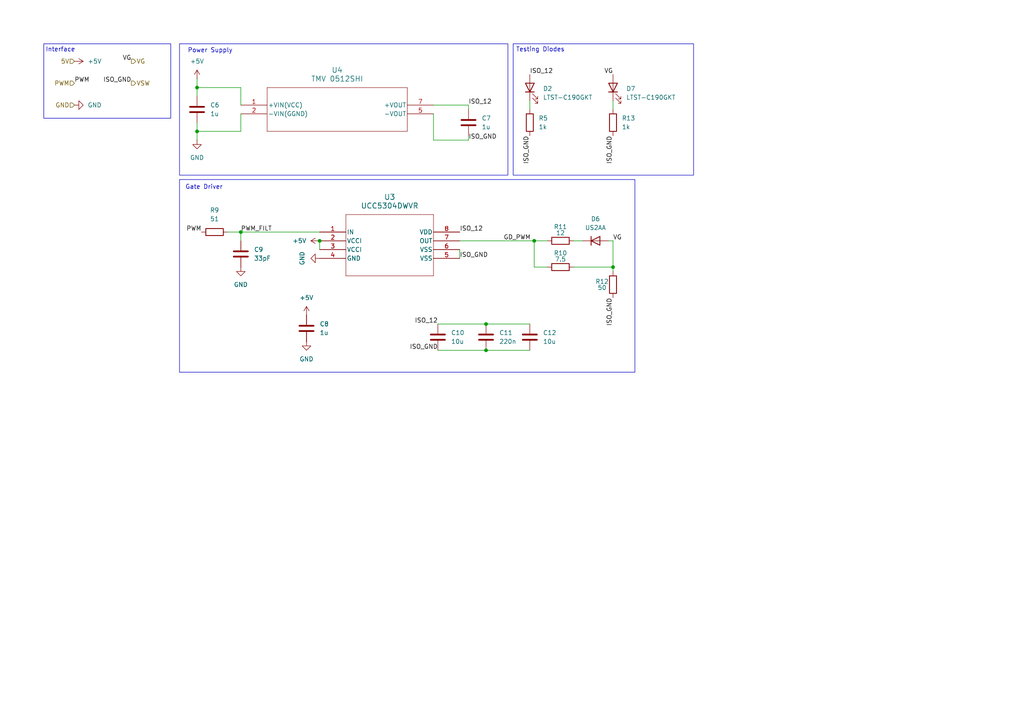
<source format=kicad_sch>
(kicad_sch (version 20231120) (generator "eeschema") (generator_version "8.0")
  (paper "A4")
  (title_block (title "Buck Converter") (date "2025-01-11") (rev "V0") (company "Adam DePinto & Adam Giannetti"))
  (lib_symbols
    (symbol "Device:C" (pin_numbers hide) (pin_names (offset 0.254))
      (property "Reference" "C" (at 0.635 2.54 0))
      (property "Value" "C" (at 0.635 -2.54 0))
      (symbol "C_0_1"
        (polyline (pts (xy -2.032 -0.762) (xy 2.032 -0.762)) (stroke (width 0.508)))
        (polyline (pts (xy -2.032 0.762) (xy 2.032 0.762)) (stroke (width 0.508)))
      )
      (symbol "C_1_1"
        (pin passive line (at 0 3.81 270) (length 2.794) (name "~") (number "1"))
        (pin passive line (at 0 -3.81 90) (length 2.794) (name "~") (number "2"))
      )
    )
    (symbol "Device:R" (pin_numbers hide) (pin_names (offset 0))
      (property "Reference" "R" (at 2.032 0 90))
      (property "Value" "R" (at 0 0 90))
      (symbol "R_0_1"
        (rectangle (start -1.016 -2.54) (end 1.016 2.54) (stroke (width 0.254)))
      )
      (symbol "R_1_1"
        (pin passive line (at 0 3.81 270) (length 1.27) (name "~") (number "1"))
        (pin passive line (at 0 -3.81 90) (length 1.27) (name "~") (number "2"))
      )
    )
    (symbol "Diode:US2AA" (pin_numbers hide) (pin_names hide)
      (property "Reference" "D" (at 0 2.54 0))
      (property "Value" "US2AA" (at 0 -2.54 0))
      (symbol "US2AA_0_1"
        (polyline (pts (xy -1.27 1.27) (xy -1.27 -1.27)) (stroke (width 0.254)))
        (polyline (pts (xy 1.27 0) (xy -1.27 0)))
        (polyline (pts (xy 1.27 1.27) (xy 1.27 -1.27) (xy -1.27 0) (xy 1.27 1.27)) (stroke (width 0.254)))
      )
      (symbol "US2AA_1_1"
        (pin passive line (at -3.81 0 0) (length 2.54) (name "K") (number "1"))
        (pin passive line (at 3.81 0 180) (length 2.54) (name "A") (number "2"))
      )
    )
    (symbol "LED:IR26-21C_L110_TR8" (pin_numbers hide) (pin_names (offset 1.016) hide)
      (property "Reference" "D" (at 0 2.54 0))
      (property "Value" "IR26-21C_L110_TR8" (at 0 -3.81 0))
      (symbol "IR26-21C_L110_TR8_0_1"
        (polyline (pts (xy -1.27 -1.27) (xy -1.27 1.27)) (stroke (width 0.254)))
        (polyline (pts (xy -1.27 0) (xy 1.27 0)))
        (polyline (pts (xy 1.27 -1.27) (xy 1.27 1.27) (xy -1.27 0) (xy 1.27 -1.27)) (stroke (width 0.254)))
        (polyline (pts (xy -3.048 -0.762) (xy -4.572 -2.286) (xy -3.81 -2.286) (xy -4.572 -2.286) (xy -4.572 -1.524)))
        (polyline (pts (xy -1.778 -0.762) (xy -3.302 -2.286) (xy -2.54 -2.286) (xy -3.302 -2.286) (xy -3.302 -1.524)))
      )
      (symbol "IR26-21C_L110_TR8_1_1"
        (pin passive line (at -3.81 0 0) (length 2.54) (name "K") (number "1"))
        (pin passive line (at 3.81 0 180) (length 2.54) (name "A") (number "2"))
      )
    )
    (symbol "TMV_0512SHI:TMV_0512SHI" (pin_names (offset 0.254))
      (property "Reference" "U" (at 27.94 10.16 0))
      (property "Value" "TMV 0512SHI" (at 27.94 7.62 0))
      (symbol "TMV_0512SHI_0_1"
        (polyline (pts (xy 7.62 -7.62) (xy 48.26 -7.62)) (stroke (width 0.127)))
        (polyline (pts (xy 7.62 5.08) (xy 7.62 -7.62)) (stroke (width 0.127)))
        (polyline (pts (xy 48.26 -7.62) (xy 48.26 5.08)) (stroke (width 0.127)))
        (polyline (pts (xy 48.26 5.08) (xy 7.62 5.08)) (stroke (width 0.127)))
        (pin power_in line (at 0 0 0) (length 7.62) (name "+VIN(VCC)") (number "1"))
        (pin power_in line (at 0 -2.54 0) (length 7.62) (name "-VIN(GGND)") (number "2"))
        (pin output line (at 55.88 -2.54 180) (length 7.62) (name "-VOUT") (number "5"))
        (pin output line (at 55.88 0 180) (length 7.62) (name "+VOUT") (number "7"))
      )
    )
    (symbol "UCC5304DWVR:UCC5304DWVR" (pin_names (offset 0.254))
      (property "Reference" "U" (at 20.32 10.16 0))
      (property "Value" "UCC5304DWVR" (at 20.32 7.62 0))
      (symbol "UCC5304DWVR_0_1"
        (polyline (pts (xy 7.62 -12.7) (xy 33.02 -12.7)) (stroke (width 0.127)))
        (polyline (pts (xy 7.62 5.08) (xy 7.62 -12.7)) (stroke (width 0.127)))
        (polyline (pts (xy 33.02 -12.7) (xy 33.02 5.08)) (stroke (width 0.127)))
        (polyline (pts (xy 33.02 5.08) (xy 7.62 5.08)) (stroke (width 0.127)))
        (pin input line (at 0 0 0) (length 7.62) (name "IN") (number "1"))
        (pin power_in line (at 0 -2.54 0) (length 7.62) (name "VCCI") (number "2"))
        (pin power_in line (at 0 -5.08 0) (length 7.62) (name "VCCI") (number "3"))
        (pin power_out line (at 0 -7.62 0) (length 7.62) (name "GND") (number "4"))
        (pin power_out line (at 40.64 -7.62 180) (length 7.62) (name "VSS") (number "5"))
        (pin power_out line (at 40.64 -5.08 180) (length 7.62) (name "VSS") (number "6"))
        (pin output line (at 40.64 -2.54 180) (length 7.62) (name "OUT") (number "7"))
        (pin power_in line (at 40.64 0 180) (length 7.62) (name "VDD") (number "8"))
      )
    )
    (symbol "power:+5V" (power) (pin_numbers hide) (pin_names (offset 0) hide)
      (property "Value" "+5V" (at 0 3.556 0))
      (symbol "+5V_0_1"
        (polyline (pts (xy -0.762 1.27) (xy 0 2.54)))
        (polyline (pts (xy 0 0) (xy 0 2.54)))
        (polyline (pts (xy 0 2.54) (xy 0.762 1.27)))
      )
      (symbol "+5V_1_1"
        (pin power_in line (at 0 0 90) (length 0) (name "~") (number "1"))
      )
    )
    (symbol "power:GND" (power) (pin_numbers hide) (pin_names (offset 0) hide)
      (property "Value" "GND" (at 0 -3.81 0))
      (symbol "GND_0_1"
        (polyline (pts (xy 0 0) (xy 0 -1.27) (xy 1.27 -1.27) (xy 0 -2.54) (xy -1.27 -1.27) (xy 0 -1.27)))
      )
      (symbol "GND_1_1"
        (pin power_in line (at 0 0 270) (length 0) (name "~") (number "1"))
      )
    )
  )
  (junction (at 177.8 77.47))
  (junction (at 154.94 69.85))
  (junction (at 57.15 38.1))
  (junction (at 140.97 93.98))
  (junction (at 92.71 69.85))
  (junction (at 140.97 101.6))
  (junction (at 57.15 25.4))
  (junction (at 69.85 67.31))
  (wire (pts (xy 140.97 101.6) (xy 153.67 101.6)))
  (wire (pts (xy 166.37 69.85) (xy 168.91 69.85)))
  (wire (pts (xy 154.94 69.85) (xy 158.75 69.85)))
  (wire (pts (xy 177.8 69.85) (xy 176.53 69.85)))
  (wire (pts (xy 158.75 77.47) (xy 154.94 77.47)))
  (wire (pts (xy 69.85 38.1) (xy 57.15 38.1)))
  (wire (pts (xy 177.8 29.21) (xy 177.8 31.75)))
  (wire (pts (xy 69.85 67.31) (xy 69.85 69.85)))
  (wire (pts (xy 69.85 33.02) (xy 69.85 38.1)))
  (wire (pts (xy 57.15 25.4) (xy 57.15 27.94)))
  (wire (pts (xy 133.35 69.85) (xy 154.94 69.85)))
  (wire (pts (xy 92.71 69.85) (xy 92.71 72.39)))
  (wire (pts (xy 69.85 67.31) (xy 92.71 67.31)))
  (wire (pts (xy 154.94 77.47) (xy 154.94 69.85)))
  (wire (pts (xy 166.37 77.47) (xy 177.8 77.47)))
  (wire (pts (xy 135.89 40.64) (xy 135.89 39.37)))
  (wire (pts (xy 125.73 40.64) (xy 135.89 40.64)))
  (wire (pts (xy 125.73 30.48) (xy 135.89 30.48)))
  (wire (pts (xy 66.04 67.31) (xy 69.85 67.31)))
  (wire (pts (xy 127 93.98) (xy 140.97 93.98)))
  (wire (pts (xy 153.67 29.21) (xy 153.67 31.75)))
  (wire (pts (xy 57.15 38.1) (xy 57.15 35.56)))
  (wire (pts (xy 177.8 77.47) (xy 177.8 78.74)))
  (wire (pts (xy 69.85 30.48) (xy 69.85 25.4)))
  (wire (pts (xy 69.85 25.4) (xy 57.15 25.4)))
  (wire (pts (xy 135.89 30.48) (xy 135.89 31.75)))
  (wire (pts (xy 133.35 72.39) (xy 133.35 74.93)))
  (wire (pts (xy 125.73 33.02) (xy 125.73 40.64)))
  (wire (pts (xy 57.15 40.64) (xy 57.15 38.1)))
  (wire (pts (xy 127 101.6) (xy 140.97 101.6)))
  (wire (pts (xy 177.8 69.85) (xy 177.8 77.47)))
  (wire (pts (xy 140.97 93.98) (xy 153.67 93.98)))
  (wire (pts (xy 57.15 22.86) (xy 57.15 25.4)))
  (rectangle (start 12.7 12.7) (end 49.53 34.29))
  (rectangle (start 52.07 12.7) (end 147.32 50.8))
  (rectangle (start 148.844 12.7) (end 201.168 50.8))
  (rectangle (start 52.07 52.07) (end 184.15 107.95))
  (text "Testing Diodes" (at 156.718 14.478 0) (effects (font (size 1.27 1.27))))
  (text "Power Supply\n" (at 60.96 14.732 0) (effects (font (size 1.27 1.27))))
  (text "Gate Driver" (at 59.182 54.356 0) (effects (font (size 1.27 1.27))))
  (text "Interface" (at 17.526 14.478 0) (effects (font (size 1.27 1.27))))
  (label "ISO_GND" (at 38.1 24.13 180))
  (label "ISO_GND" (at 153.67 39.37 270))
  (label "PWM" (at 58.42 67.31 180))
  (label "ISO_12" (at 127 93.98 180))
  (label "PWM_FILT" (at 69.85 67.31 0))
  (label "ISO_GND" (at 177.8 86.36 270))
  (label "ISO_GND" (at 135.89 40.64 0))
  (label "ISO_GND" (at 133.35 74.93 0))
  (label "VG" (at 177.8 21.59 180))
  (label "VG" (at 177.8 69.85 0))
  (label "VG" (at 38.1 17.78 180))
  (label "ISO_GND" (at 177.8 39.37 270))
  (label "GD_PWM" (at 146.05 69.85 0))
  (label "ISO_12" (at 133.35 67.31 0))
  (label "ISO_12" (at 153.67 21.59 0))
  (label "ISO_12" (at 135.89 30.48 0))
  (label "ISO_GND" (at 127 101.6 180))
  (label "PWM" (at 21.59 24.13 0))
  (hierarchical_label "VG" (shape output) (at 38.1 17.78 0))
  (hierarchical_label "VSW" (shape output) (at 38.1 24.13 0))
  (hierarchical_label "GND" (shape input) (at 21.59 30.48 180))
  (hierarchical_label "PWM" (shape input) (at 21.59 24.13 180))
  (hierarchical_label "5V" (shape input) (at 21.59 17.78 180))
  (symbol (lib_id "Device:C") (at 88.9 95.25 0) (unit 1)
    (property "Reference" "C8" (at 92.71 93.9799 0) (effects (justify left)))
    (property "Value" "1u" (at 92.71 96.5199 0) (effects (justify left)))
    (property "Footprint" "Capacitor_SMD:C_0805_2012Metric_Pad1.18x1.45mm_HandSolder" (effects (hide yes)))
    (property "Datasheet" "https://www.digikey.ca/en/products/detail/kyocera-avx/TAJR105K025RNJ/1470310" (effects (hide yes)))
    (property "Description" "Tantalum Decoupling (Bypass) Capacitor" (effects (hide yes)))
    (property "Part Number" "TAJR105K025RNJ" (effects (hide yes)))
  )
  (symbol (lib_id "Device:R") (at 153.67 35.56 0) (unit 1)
    (property "Reference" "R5" (at 156.21 34.2899 0) (effects (justify left)))
    (property "Value" "1k" (at 156.21 36.8299 0) (effects (justify left)))
    (property "Footprint" "Resistor_SMD:R_0805_2012Metric_Pad1.20x1.40mm_HandSolder" (effects (hide yes)))
    (property "Datasheet" "https://www.digikey.ca/en/products/detail/stackpole-electronics-inc/RNCP0805FTD1K00/2240229" (effects (hide yes)))
    (property "Description" "Resistor" (effects (hide yes)))
    (property "Part Number" "RNCP0805FTD1K00" (effects (hide yes)))
  )
  (symbol (lib_id "Diode:US2AA") (at 172.72 69.85 0) (unit 1)
    (property "Reference" "D6" (at 172.72 63.5 0))
    (property "Value" "US2AA" (at 172.72 66.04 0))
    (property "Footprint" "Diode_SMD:D_SMA" (effects (hide yes)))
    (property "Datasheet" "https://www.onsemi.com/pub/Collateral/US2AA-D.PDF" (effects (hide yes)))
    (property "Description" "50V, 1.5A, General Purpose Rectifier Diode, SMA(DO-214AC)" (effects (hide yes)))
    (property "Sim.Device" "D" (effects (hide yes)))
    (property "Sim.Pins" "1=K 2=A" (effects (hide yes)))
    (property "Part Number" "US2AA" (effects (hide yes)))
  )
  (symbol (lib_id "power:+5V") (at 57.15 22.86 0) (unit 1)
    (property "Reference" "#PWR044" (effects (hide yes)))
    (property "Value" "+5V" (at 57.15 17.78 0))
    (property "Description" "Power symbol creates a global label with name \"+5V\"" (effects (hide yes)))
  )
  (symbol (lib_id "power:+5V") (at 21.59 17.78 270) (unit 1)
    (property "Reference" "#PWR041" (effects (hide yes)))
    (property "Value" "+5V" (at 25.4 17.7799 90) (effects (justify left)))
    (property "Description" "Power symbol creates a global label with name \"+5V\"" (effects (hide yes)))
  )
  (symbol (lib_id "Device:R") (at 62.23 67.31 90) (unit 1)
    (property "Reference" "R9" (at 62.23 60.96 90))
    (property "Value" "51" (at 62.23 63.5 90))
    (property "Footprint" "Resistor_SMD:R_1206_3216Metric_Pad1.30x1.75mm_HandSolder" (effects (hide yes)))
    (property "Datasheet" "https://www.digikey.ca/en/products/detail/yageo/RC1206FR-0751RL/728973" (effects (hide yes)))
    (property "Description" "Resistor" (effects (hide yes)))
    (property "Part Number" "RC1206FR-0751RL" (effects (hide yes)))
  )
  (symbol (lib_id "Device:R") (at 177.8 82.55 180) (unit 1)
    (property "Reference" "R12" (at 174.625 81.661 0))
    (property "Value" "50" (at 174.625 83.439 0))
    (property "Footprint" "Resistor_SMD:R_1206_3216Metric_Pad1.30x1.75mm_HandSolder" (effects (hide yes)))
    (property "Datasheet" "https://www.digikey.ca/en/products/detail/vishay-dale/RCP1206W50R0JTP/5325802?s=N4IgTCBcDaIEoGEAKBGMAGAbAdQKzrnQCkAVJEAXQF8g" (effects (hide yes)))
    (property "Description" "Resistor" (effects (hide yes)))
    (property "Part Number" "RCP1206W50R0JTP" (effects (hide yes)))
  )
  (symbol (lib_id "power:GND") (at 57.15 40.64 0) (mirror y) (unit 1)
    (property "Reference" "#PWR043" (effects (hide yes)))
    (property "Value" "GND" (at 57.15 45.72 0))
    (property "Description" "Power symbol creates a global label with name \"GND\" , ground" (effects (hide yes)))
  )
  (symbol (lib_id "TMV_0512SHI:TMV_0512SHI") (at 69.85 30.48 0) (unit 1)
    (property "Reference" "U4" (at 97.79 20.32 0) (effects (font (size 1.524 1.524))))
    (property "Value" "TMV 0512SHI" (at 97.79 22.86 0) (effects (font (size 1.524 1.524))))
    (property "Footprint" "TMV-HI_SINGLE_TRP" (effects (hide yes)))
    (property "Datasheet" "https://www.digikey.ca/en/products/detail/traco-power/TMV-0512SHI/9345215" (effects (hide yes)))
    (property "Description" "DC DC CONVERTER 12V 1W" (effects (hide yes)))
    (property "Part Number" "TMV 0512SHI" (effects (hide yes)))
  )
  (symbol (lib_id "Device:C") (at 57.15 31.75 0) (unit 1)
    (property "Reference" "C6" (at 60.96 30.4799 0) (effects (justify left)))
    (property "Value" "1u" (at 60.96 33.0199 0) (effects (justify left)))
    (property "Footprint" "Capacitor_SMD:C_0805_2012Metric_Pad1.18x1.45mm_HandSolder" (effects (hide yes)))
    (property "Datasheet" "https://www.digikey.ca/en/products/detail/kyocera-avx/TAJR105K025RNJ/1470310" (effects (hide yes)))
    (property "Description" "Tantalum Decoupling (Bypass) Capacitor" (effects (hide yes)))
    (property "Part Number" "TAJR105K025RNJ" (effects (hide yes)))
  )
  (symbol (lib_id "Device:C") (at 135.89 35.56 0) (unit 1)
    (property "Reference" "C7" (at 139.7 34.2899 0) (effects (justify left)))
    (property "Value" "1u" (at 139.7 36.8299 0) (effects (justify left)))
    (property "Footprint" "Capacitor_SMD:C_0805_2012Metric_Pad1.18x1.45mm_HandSolder" (effects (hide yes)))
    (property "Datasheet" "https://www.digikey.ca/en/products/detail/kyocera-avx/TAJR105K025RNJ/1470310" (effects (hide yes)))
    (property "Description" "Tantalum Decoupling (Bypass) Capacitor" (effects (hide yes)))
    (property "Part Number" "TAJR105K025RNJ" (effects (hide yes)))
  )
  (symbol (lib_id "Device:C") (at 140.97 97.79 0) (unit 1)
    (property "Reference" "C11" (at 144.78 96.5199 0) (effects (justify left)))
    (property "Value" "220n" (at 144.78 99.0599 0) (effects (justify left)))
    (property "Footprint" "Capacitor_SMD:C_0805_2012Metric_Pad1.18x1.45mm_HandSolder" (effects (hide yes)))
    (property "Datasheet" "https://www.digikey.ca/en/products/detail/kemet/C0805C224K5RACTU/754753?s=N4IgTCBcDaIMIAYAcCCscxgCwGlUCUBBOAFQFUQBdAXyA" (effects (hide yes)))
    (property "Description" "Bypass Capacitor" (effects (hide yes)))
    (property "Part Number" "C0805C224K5RACTU" (effects (hide yes)))
  )
  (symbol (lib_id "Device:C") (at 127 97.79 0) (unit 1)
    (property "Reference" "C10" (at 130.81 96.5199 0) (effects (justify left)))
    (property "Value" "10u" (at 130.81 99.0599 0) (effects (justify left)))
    (property "Footprint" "Capacitor_SMD:C_0805_2012Metric_Pad1.18x1.45mm_HandSolder" (effects (hide yes)))
    (property "Datasheet" "https://www.digikey.ca/en/products/detail/kyocera-avx/F951C106MPAAQ2/4004971?s=N4IgTCBcDaIGIE4CsBGAwigDANgLIAUBBQgRQgF0BfIA" (effects (hide yes)))
    (property "Description" "Bypass Capacitor" (effects (hide yes)))
    (property "Part Number" "F951C106MPAAQ2" (effects (hide yes)))
  )
  (symbol (lib_id "Device:R") (at 162.56 77.47 90) (unit 1)
    (property "Reference" "R10" (at 162.56 73.406 90))
    (property "Value" "7.5" (at 162.56 75.184 90))
    (property "Footprint" "Resistor_SMD:R_0805_2012Metric_Pad1.20x1.40mm_HandSolder" (effects (hide yes)))
    (property "Datasheet" "https://www.digikey.ca/en/products/detail/vishay-dale/CRCW08057R50FKEAHP/2226734" (effects (hide yes)))
    (property "Description" "Resistor" (effects (hide yes)))
    (property "Part Number" "CRCW08057R50FKEAHP" (effects (hide yes)))
  )
  (symbol (lib_id "LED:IR26-21C_L110_TR8") (at 177.8 25.4 90) (unit 1)
    (property "Reference" "D7" (at 181.61 25.7174 90) (effects (justify right)))
    (property "Value" "LTST-C190GKT" (at 181.61 28.2574 90) (effects (justify right)))
    (property "Footprint" "LED_SMD:LED_0603_1608Metric_Pad1.05x0.95mm_HandSolder" (effects (hide yes)))
    (property "Datasheet" "https://www.digikey.ca/en/products/detail/liteon/LTST-C190GKT/269230" (effects (hide yes)))
    (property "Description" "Green 569nm LED Indication - Discrete 2.1V 0603 (1608 Metric)" (effects (hide yes)))
    (property "Part Number" "LTST-C190GKT" (effects (hide yes)))
  )
  (symbol (lib_id "Device:R") (at 162.56 69.85 90) (unit 1)
    (property "Reference" "R11" (at 162.56 65.786 90))
    (property "Value" "12" (at 162.56 67.564 90))
    (property "Footprint" "Resistor_SMD:R_0805_2012Metric_Pad1.20x1.40mm_HandSolder" (effects (hide yes)))
    (property "Datasheet" "https://www.digikey.ca/en/products/detail/yageo/RC0805FR-0712RL/727567?s=N4IgTCBcDaIEoGEAMAOJBWAYnAtEg7AIxhwAyIAugL5A" (effects (hide yes)))
    (property "Description" "Resistor" (effects (hide yes)))
    (property "Part Number" "RC0805FR-0712RL" (effects (hide yes)))
  )
  (symbol (lib_id "UCC5304DWVR:UCC5304DWVR") (at 92.71 67.31 0) (unit 1)
    (property "Reference" "U3" (at 113.03 57.15 0) (effects (font (size 1.524 1.524))))
    (property "Value" "UCC5304DWVR" (at 113.03 59.69 0) (effects (font (size 1.524 1.524))))
    (property "Footprint" "UCC5304DWVR:SOIC8_DWV_TEX" (effects (hide yes)))
    (property "Datasheet" "https://www.digikey.ca/en/products/detail/texas-instruments/UCC5304DWVR/12328576?s=N4IgTCBcDaIKoGEEFYDMAGALAEQOoDUAlEAXQF8g" (effects (hide yes)))
    (property "Description" "Gate Driver" (effects (hide yes)))
    (property "Part Number" "UCC5304DWVR" (effects (hide yes)))
  )
  (symbol (lib_id "power:GND") (at 92.71 74.93 270) (unit 1)
    (property "Reference" "#PWR053" (effects (hide yes)))
    (property "Value" "GND" (at 87.63 74.93 0))
    (property "Description" "Power symbol creates a global label with name \"GND\" , ground" (effects (hide yes)))
  )
  (symbol (lib_id "power:GND") (at 69.85 77.47 0) (unit 1)
    (property "Reference" "#PWR055" (effects (hide yes)))
    (property "Value" "GND" (at 69.85 82.55 0))
    (property "Description" "Power symbol creates a global label with name \"GND\" , ground" (effects (hide yes)))
  )
  (symbol (lib_id "Device:C") (at 69.85 73.66 0) (unit 1)
    (property "Reference" "C9" (at 73.66 72.3899 0) (effects (justify left)))
    (property "Value" "33pF" (at 73.66 74.9299 0) (effects (justify left)))
    (property "Footprint" "Capacitor_SMD:C_0603_1608Metric_Pad1.08x0.95mm_HandSolder" (effects (hide yes)))
    (property "Datasheet" "https://www.digikey.ca/en/products/detail/kemet/C0603C330J5GACTU/411057" (effects (hide yes)))
    (property "Description" "Unpolarized capacitor" (effects (hide yes)))
    (property "Part Number" "C0603C330J5GACTU" (effects (hide yes)))
  )
  (symbol (lib_id "power:+5V") (at 88.9 91.44 0) (unit 1)
    (property "Reference" "#PWR052" (effects (hide yes)))
    (property "Value" "+5V" (at 88.9 86.36 0))
    (property "Description" "Power symbol creates a global label with name \"+5V\"" (effects (hide yes)))
  )
  (symbol (lib_id "Device:R") (at 177.8 35.56 0) (unit 1)
    (property "Reference" "R13" (at 180.34 34.2899 0) (effects (justify left)))
    (property "Value" "1k" (at 180.34 36.8299 0) (effects (justify left)))
    (property "Footprint" "Resistor_SMD:R_0805_2012Metric_Pad1.20x1.40mm_HandSolder" (effects (hide yes)))
    (property "Datasheet" "https://www.digikey.ca/en/products/detail/stackpole-electronics-inc/RNCP0805FTD1K00/2240229" (effects (hide yes)))
    (property "Description" "Resistor" (effects (hide yes)))
    (property "Part Number" "RNCP0805FTD1K00" (effects (hide yes)))
  )
  (symbol (lib_id "LED:IR26-21C_L110_TR8") (at 153.67 25.4 90) (unit 1)
    (property "Reference" "D2" (at 157.48 25.7174 90) (effects (justify right)))
    (property "Value" "LTST-C190GKT" (at 157.48 28.2574 90) (effects (justify right)))
    (property "Footprint" "LED_SMD:LED_0603_1608Metric_Pad1.05x0.95mm_HandSolder" (effects (hide yes)))
    (property "Datasheet" "https://www.digikey.ca/en/products/detail/liteon/LTST-C190GKT/269230" (effects (hide yes)))
    (property "Description" "Green 569nm LED Indication - Discrete 2.1V 0603 (1608 Metric)" (effects (hide yes)))
    (property "Part Number" "LTST-C190GKT" (effects (hide yes)))
  )
  (symbol (lib_id "power:GND") (at 21.59 30.48 90) (mirror x) (unit 1)
    (property "Reference" "#PWR042" (effects (hide yes)))
    (property "Value" "GND" (at 25.4 30.4799 90) (effects (justify right)))
    (property "Description" "Power symbol creates a global label with name \"GND\" , ground" (effects (hide yes)))
  )
  (symbol (lib_id "power:GND") (at 88.9 99.06 0) (mirror y) (unit 1)
    (property "Reference" "#PWR051" (effects (hide yes)))
    (property "Value" "GND" (at 88.9 104.14 0))
    (property "Description" "Power symbol creates a global label with name \"GND\" , ground" (effects (hide yes)))
  )
  (symbol (lib_id "Device:C") (at 153.67 97.79 0) (unit 1)
    (property "Reference" "C12" (at 157.48 96.5199 0) (effects (justify left)))
    (property "Value" "10u" (at 157.48 99.0599 0) (effects (justify left)))
    (property "Footprint" "Capacitor_SMD:C_0805_2012Metric_Pad1.18x1.45mm_HandSolder" (effects (hide yes)))
    (property "Datasheet" "https://www.digikey.ca/en/products/detail/murata-electronics/GRM21BR61E106KA73L/2334874?s=N4IgTCBcDaIOICUCyYCMAhBA2VBRVADFgNICCA7AMwAyIAugL5A" (effects (hide yes)))
    (property "Description" "Bypass Capacitor" (effects (hide yes)))
    (property "Part Number" "GRM21BR61E106KA73L" (effects (hide yes)))
  )
  (symbol (lib_id "power:+5V") (at 92.71 69.85 90) (unit 1)
    (property "Reference" "#PWR054" (effects (hide yes)))
    (property "Value" "+5V" (at 88.9 69.8499 90) (effects (justify left)))
    (property "Description" "Power symbol creates a global label with name \"+5V\"" (effects (hide yes)))
  )
)
</source>
